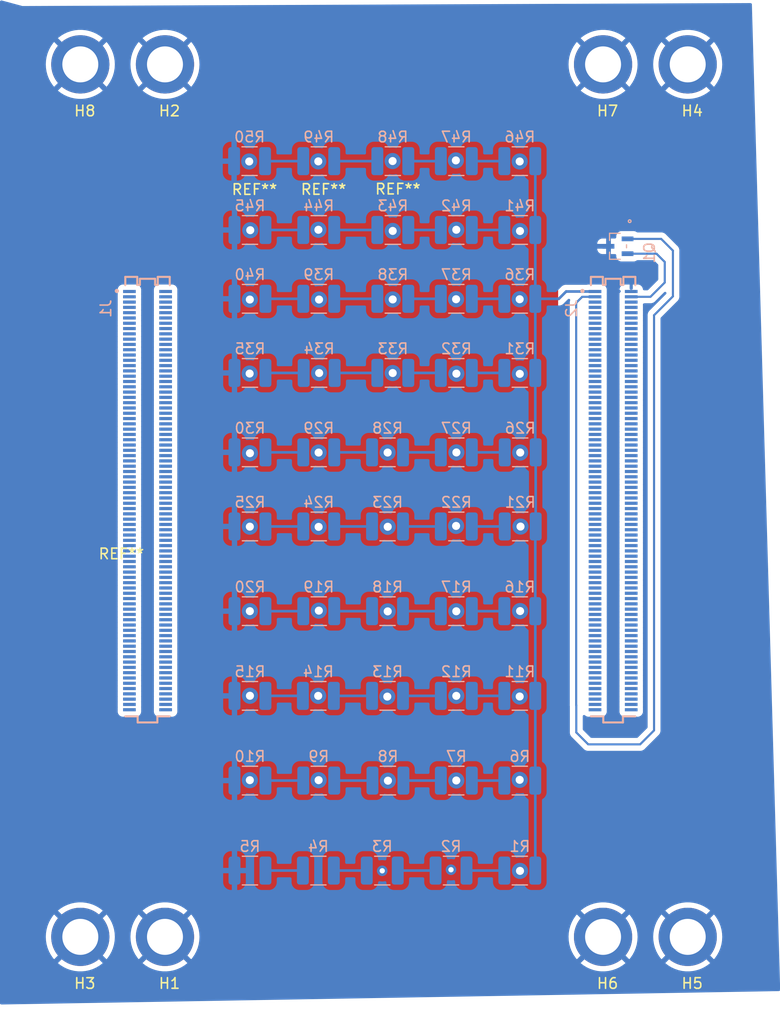
<source format=kicad_pcb>
(kicad_pcb (version 20211014) (generator pcbnew)
  (layers (0 "F.Cu" signal) (31 "B.Cu" signal) (34 "B.Paste" user) (35 "F.Paste" user) (36 "B.SilkS" user "B.Silkscreen") (37 "F.SilkS" user "F.Silkscreen") (38 "B.Mask" user) (39 "F.Mask" user) (44 "Edge.Cuts" user))
  (net 0 "")
  (net 161 "/12V_FROM_SURF")
  (net 163 "/DXP")
  (net 165 "/DXN")
  (net 167 "GND")
  (net 320 "Net-(R1-Pad2)")
  (net 321 "Net-(R2-Pad2)")
  (net 322 "Net-(R3-Pad2)")
  (net 323 "Net-(R4-Pad2)")
  (net 324 "Net-(R6-Pad2)")
  (net 325 "Net-(R7-Pad2)")
  (net 326 "Net-(R8-Pad2)")
  (net 327 "Net-(R10-Pad1)")
  (net 328 "Net-(R11-Pad2)")
  (net 329 "Net-(R12-Pad2)")
  (net 330 "Net-(R13-Pad2)")
  (net 331 "Net-(R14-Pad2)")
  (net 332 "Net-(R16-Pad2)")
  (net 333 "Net-(R17-Pad2)")
  (net 334 "Net-(R18-Pad2)")
  (net 335 "Net-(R19-Pad2)")
  (net 336 "Net-(R21-Pad2)")
  (net 337 "Net-(R22-Pad2)")
  (net 338 "Net-(R23-Pad2)")
  (net 339 "Net-(R24-Pad2)")
  (net 340 "Net-(R26-Pad2)")
  (net 341 "Net-(R27-Pad2)")
  (net 342 "Net-(R28-Pad2)")
  (net 343 "Net-(R29-Pad2)")
  (net 344 "Net-(R31-Pad2)")
  (net 345 "Net-(R32-Pad2)")
  (net 346 "Net-(R33-Pad2)")
  (net 347 "Net-(R34-Pad2)")
  (net 348 "Net-(R36-Pad2)")
  (net 349 "Net-(R37-Pad2)")
  (net 350 "Net-(R38-Pad2)")
  (net 351 "Net-(R39-Pad2)")
  (net 352 "Net-(R41-Pad2)")
  (net 353 "Net-(R42-Pad2)")
  (net 354 "Net-(R43-Pad2)")
  (net 355 "Net-(R44-Pad2)")
  (net 356 "Net-(R46-Pad2)")
  (net 357 "Net-(R47-Pad2)")
  (net 358 "Net-(R48-Pad2)")
  (net 359 "Net-(R49-Pad2)")
  (footprint "" (layer "F.Cu") (at 141.01 102.96)
    (fp_text reference "")
    (fp_text value "")
  )
  (footprint "PERRI_hat_footprints:PERRI_ThermalVia" (layer "F.Cu") (at 128.46 55.57)
    (fp_text reference "REF**")
    (fp_text value "PERRI_ThermalVia")
  )
  (footprint "PERRI_hat_footprints:Mounting_Hole_for_PERRI" (layer "F.Cu") (at 112.425 130.55)
    (fp_text reference "H3")
    (fp_text value "MountingHole")
  )
  (footprint "" (layer "F.Cu") (at 128.02 65.46)
    (fp_text reference "")
    (fp_text value "")
  )
  (footprint "" (layer "F.Cu") (at 147.53 58.87)
    (fp_text reference "")
    (fp_text value "")
  )
  (footprint "" (layer "F.Cu") (at 153.52 65.43)
    (fp_text reference "")
    (fp_text value "")
  )
  (footprint "" (layer "F.Cu") (at 134.57 72.4)
    (fp_text reference "")
    (fp_text value "")
  )
  (footprint "" (layer "F.Cu") (at 134.48 102.89)
    (fp_text reference "")
    (fp_text value "")
  )
  (footprint "" (layer "F.Cu") (at 134.52 110.85)
    (fp_text reference "")
    (fp_text value "")
  )
  (footprint "" (layer "F.Cu") (at 134.52 86.93)
    (fp_text reference "")
    (fp_text value "")
  )
  (footprint "PERRI_hat_footprints:Mounting_Hole_for_PERRI" (layer "F.Cu") (at 120.425 48.15)
    (fp_text reference "H2")
    (fp_text value "MountingHole")
  )
  (footprint "" (layer "F.Cu") (at 153.57 79.91)
    (fp_text reference "")
    (fp_text value "")
  )
  (footprint "" (layer "F.Cu") (at 147.54 79.9)
    (fp_text reference "")
    (fp_text value "")
  )
  (footprint "" (layer "F.Cu") (at 153.53 72.48)
    (fp_text reference "")
    (fp_text value "")
  )
  (footprint "" (layer "F.Cu") (at 128.02 94.89)
    (fp_text reference "")
    (fp_text value "")
  )
  (footprint "" (layer "F.Cu") (at 147.53 94.9)
    (fp_text reference "")
    (fp_text value "")
  )
  (footprint "PERRI_hat_footprints:Mounting_Hole_for_PERRI" (layer "F.Cu") (at 161.825 130.55)
    (fp_text reference "H6")
    (fp_text value "MountingHole")
  )
  (footprint "" (layer "F.Cu") (at 141.52 65.45)
    (fp_text reference "")
    (fp_text value "")
  )
  (footprint "" (layer "F.Cu") (at 153.52 110.82)
    (fp_text reference "")
    (fp_text value "")
  )
  (footprint "" (layer "F.Cu") (at 147.51 86.84)
    (fp_text reference "")
    (fp_text value "")
  )
  (footprint "PERRI_hat_footprints:SolderMask_Pad" (layer "F.Cu") (at 115.88 89.98)
    (fp_text reference "REF**")
    (fp_text value "SolderMask_Pad")
  )
  (footprint "" (layer "F.Cu") (at 128 72.45)
    (fp_text reference "")
    (fp_text value "")
  )
  (footprint "" (layer "F.Cu") (at 141.04 79.91)
    (fp_text reference "")
    (fp_text value "")
  )
  (footprint "" (layer "F.Cu") (at 141.05 94.91)
    (fp_text reference "")
    (fp_text value "")
  )
  (footprint "" (layer "F.Cu") (at 134.52 79.91)
    (fp_text reference "")
    (fp_text value "")
  )
  (footprint "" (layer "F.Cu") (at 147.53 110.88)
    (fp_text reference "")
    (fp_text value "")
  )
  (footprint "" (layer "F.Cu") (at 128.03 79.97)
    (fp_text reference "")
    (fp_text value "")
  )
  (footprint "" (layer "F.Cu") (at 153.52 102.95)
    (fp_text reference "")
    (fp_text value "")
  )
  (footprint "" (layer "F.Cu") (at 128.02 86.91)
    (fp_text reference "")
    (fp_text value "")
  )
  (footprint "" (layer "F.Cu") (at 141.05 86.92)
    (fp_text reference "")
    (fp_text value "")
  )
  (footprint "" (layer "F.Cu") (at 128.02 110.85)
    (fp_text reference "")
    (fp_text value "")
  )
  (footprint "" (layer "F.Cu") (at 153.52 52.42)
    (fp_text reference "")
    (fp_text value "")
  )
  (footprint "PERRI_hat_footprints:Mounting_Hole_for_PERRI" (layer "F.Cu") (at 169.825 48.15)
    (fp_text reference "H4")
    (fp_text value "MountingHole")
  )
  (footprint "PERRI_hat_footprints:PERRI_ThermalVia" (layer "F.Cu") (at 142.01 55.53)
    (fp_text reference "REF**")
    (fp_text value "PERRI_ThermalVia")
  )
  (footprint "" (layer "F.Cu") (at 147.53 102.89)
    (fp_text reference "")
    (fp_text value "")
  )
  (footprint "PERRI_hat_footprints:Mounting_Hole_for_PERRI" (layer "F.Cu") (at 161.825 48.15)
    (fp_text reference "H7")
    (fp_text value "MountingHole")
  )
  (footprint "PERRI_hat_footprints:Mounting_Hole_for_PERRI" (layer "F.Cu") (at 112.425 48.15)
    (fp_text reference "H8")
    (fp_text value "MountingHole")
  )
  (footprint "PERRI_hat_footprints:Mounting_Hole_for_PERRI" (layer "F.Cu") (at 120.425 130.55)
    (fp_text reference "H1")
    (fp_text value "MountingHole")
  )
  (footprint "" (layer "F.Cu") (at 153.56 94.88)
    (fp_text reference "")
    (fp_text value "")
  )
  (footprint "" (layer "F.Cu") (at 128.06 58.91)
    (fp_text reference "")
    (fp_text value "")
  )
  (footprint "" (layer "F.Cu") (at 134.5 58.87)
    (fp_text reference "")
    (fp_text value "")
  )
  (footprint "" (layer "F.Cu") (at 134.54 94.84)
    (fp_text reference "")
    (fp_text value "")
  )
  (footprint "" (layer "F.Cu") (at 147.54 72.46)
    (fp_text reference "")
    (fp_text value "")
  )
  (footprint "" (layer "F.Cu") (at 141.52 72.4)
    (fp_text reference "")
    (fp_text value "")
  )
  (footprint "" (layer "F.Cu") (at 153.6 86.9)
    (fp_text reference "")
    (fp_text value "")
  )
  (footprint "PERRI_hat_footprints:PERRI_ThermalVia" (layer "F.Cu") (at 134.99 55.56)
    (fp_text reference "REF**")
    (fp_text value "PERRI_ThermalVia")
  )
  (footprint "" (layer "F.Cu") (at 134.56 65.46)
    (fp_text reference "")
    (fp_text value "")
  )
  (footprint "PERRI_hat_footprints:Mounting_Hole_for_PERRI" (layer "F.Cu") (at 169.825 130.55)
    (fp_text reference "H5")
    (fp_text value "MountingHole")
  )
  (footprint "" (layer "F.Cu") (at 141.07 110.9)
    (fp_text reference "")
    (fp_text value "")
  )
  (footprint "" (layer "F.Cu") (at 153.55 58.99)
    (fp_text reference "")
    (fp_text value "")
  )
  (footprint "" (layer "F.Cu") (at 128.03 102.88)
    (fp_text reference "")
    (fp_text value "")
  )
  (footprint "" (layer "F.Cu") (at 141.52 58.98)
    (fp_text reference "")
    (fp_text value "")
  )
  (footprint "" (layer "F.Cu") (at 140.53 119.41)
    (fp_text reference "")
    (fp_text value "")
  )
  (footprint "" (layer "F.Cu") (at 147.51 65.43)
    (fp_text reference "")
    (fp_text value "")
  )
  (footprint "" (layer "F.Cu") (at 147.03 119.31)
    (fp_text reference "")
    (fp_text value "")
  )
  (footprint "" (layer "F.Cu") (at 147.49 52.32)
    (fp_text reference "")
    (fp_text value "")
  )
  (footprint "" (layer "F.Cu") (at 153.55 119.42)
    (fp_text reference "")
    (fp_text value "")
  )
  (footprint "Resistor_SMD:R_1210_3225Metric" (layer "B.Cu") (at 134.495 102.89 180)
    (fp_text reference "R14")
    (fp_text value "11.5")
  )
  (footprint "Resistor_SMD:R_1210_3225Metric" (layer "B.Cu") (at 128.0325 86.89 180)
    (fp_text reference "R25")
    (fp_text value "11.5")
  )
  (footprint "Resistor_SMD:R_1210_3225Metric" (layer "B.Cu") (at 153.5325 94.89 180)
    (fp_text reference "R16")
    (fp_text value "11.5")
  )
  (footprint "Resistor_SMD:R_1210_3225Metric" (layer "B.Cu") (at 134.5325 58.89 180)
    (fp_text reference "R44")
    (fp_text value "11.5")
  )
  (footprint "Resistor_SMD:R_1210_3225Metric" (layer "B.Cu") (at 141.5325 58.89 180)
    (fp_text reference "R43")
    (fp_text value "11.5")
  )
  (footprint "Resistor_SMD:R_1210_3225Metric" (layer "B.Cu") (at 147.5325 79.89 180)
    (fp_text reference "R27")
    (fp_text value "11.5")
  )
  (footprint "Resistor_SMD:R_1210_3225Metric" (layer "B.Cu") (at 141.0325 102.89 180)
    (fp_text reference "R13")
    (fp_text value "11.5")
  )
  (footprint "Resistor_SMD:R_1210_3225Metric" (layer "B.Cu") (at 153.5325 119.39 180)
    (fp_text reference "R1")
    (fp_text value "11.5")
  )
  (footprint "Resistor_SMD:R_1210_3225Metric" (layer "B.Cu") (at 147.5325 86.89 180)
    (fp_text reference "R22")
    (fp_text value "11.5")
  )
  (footprint "Resistor_SMD:R_1210_3225Metric" (layer "B.Cu") (at 134.5325 94.89 180)
    (fp_text reference "R19")
    (fp_text value "11.5")
  )
  (footprint "Resistor_SMD:R_1210_3225Metric" (layer "B.Cu") (at 128.0325 79.89 180)
    (fp_text reference "R30")
    (fp_text value "11.5")
  )
  (footprint "Resistor_SMD:R_1210_3225Metric" (layer "B.Cu") (at 153.5325 110.89 180)
    (fp_text reference "R6")
    (fp_text value "11.5")
  )
  (footprint "Resistor_SMD:R_1210_3225Metric" (layer "B.Cu") (at 134.5325 52.39 180)
    (fp_text reference "R49")
    (fp_text value "11.5")
  )
  (footprint "Resistor_SMD:R_1210_3225Metric" (layer "B.Cu") (at 141.0325 79.89 180)
    (fp_text reference "R28")
    (fp_text value "11.5")
  )
  (footprint "Resistor_SMD:R_1210_3225Metric" (layer "B.Cu") (at 147.5325 72.39 180)
    (fp_text reference "R32")
    (fp_text value "11.5")
  )
  (footprint "Resistor_SMD:R_1210_3225Metric" (layer "B.Cu") (at 128.0325 110.89 180)
    (fp_text reference "R10")
    (fp_text value "11.5")
  )
  (footprint "Resistor_SMD:R_1210_3225Metric" (layer "B.Cu") (at 140.5325 119.39 180)
    (fp_text reference "R3")
    (fp_text value "11.5")
  )
  (footprint "Resistor_SMD:R_1210_3225Metric" (layer "B.Cu") (at 134.5325 110.89 180)
    (fp_text reference "R9")
    (fp_text value "11.5")
  )
  (footprint "Resistor_SMD:R_1210_3225Metric" (layer "B.Cu") (at 134.5325 79.89 180)
    (fp_text reference "R29")
    (fp_text value "11.5")
  )
  (footprint "Resistor_SMD:R_1210_3225Metric" (layer "B.Cu") (at 128.0325 72.39 180)
    (fp_text reference "R35")
    (fp_text value "11.5")
  )
  (footprint "Resistor_SMD:R_1210_3225Metric" (layer "B.Cu") (at 147.5325 110.89 180)
    (fp_text reference "R7")
    (fp_text value "11.5")
  )
  (footprint "Resistor_SMD:R_1210_3225Metric" (layer "B.Cu") (at 141.5325 52.39 180)
    (fp_text reference "R48")
    (fp_text value "11.5")
  )
  (footprint "Resistor_SMD:R_1210_3225Metric" (layer "B.Cu") (at 134.495 119.39 180)
    (fp_text reference "R4")
    (fp_text value "11.5")
  )
  (footprint "Resistor_SMD:R_1210_3225Metric" (layer "B.Cu") (at 134.5325 65.39 180)
    (fp_text reference "R39")
    (fp_text value "11.5")
  )
  (footprint "Resistor_SMD:R_1210_3225Metric" (layer "B.Cu") (at 147.0325 119.39 180)
    (fp_text reference "R2")
    (fp_text value "11.5")
  )
  (footprint "Resistor_SMD:R_1210_3225Metric" (layer "B.Cu") (at 134.57 72.39 180)
    (fp_text reference "R34")
    (fp_text value "11.5")
  )
  (footprint "Resistor_SMD:R_1210_3225Metric" (layer "B.Cu") (at 153.5325 72.39 180)
    (fp_text reference "R31")
    (fp_text value "11.5")
  )
  (footprint "Resistor_SMD:R_1210_3225Metric" (layer "B.Cu") (at 153.5325 58.89 180)
    (fp_text reference "R41")
    (fp_text value "11.5")
  )
  (footprint "Resistor_SMD:R_1210_3225Metric" (layer "B.Cu") (at 141.0325 94.89 180)
    (fp_text reference "R18")
    (fp_text value "11.5")
  )
  (footprint "Resistor_SMD:R_1210_3225Metric" (layer "B.Cu") (at 147.5325 52.39 180)
    (fp_text reference "R47")
    (fp_text value "11.5")
  )
  (footprint "Resistor_SMD:R_1210_3225Metric" (layer "B.Cu") (at 128.0325 102.89 180)
    (fp_text reference "R15")
    (fp_text value "11.5")
  )
  (footprint "PERRI_hat_footprints:SAMTEC_ST5-80-1.00-L-D-P-TR" (layer "B.Cu") (at 118.35 84.45 -90)
    (fp_text reference "J1")
    (fp_text value "ST5-80-1.00-L-D-P-TR")
  )
  (footprint "Resistor_SMD:R_1210_3225Metric" (layer "B.Cu") (at 147.5325 58.89 180)
    (fp_text reference "R42")
    (fp_text value "11.5")
  )
  (footprint "Resistor_SMD:R_1210_3225Metric" (layer "B.Cu") (at 153.57 86.89 180)
    (fp_text reference "R21")
    (fp_text value "11.5")
  )
  (footprint "PERRI_hat_footprints:SAMTEC_ST5-80-1.00-L-D-P-TR" (layer "B.Cu") (at 162.35 84.45 -90)
    (fp_text reference "J2")
    (fp_text value "ST5-80-1.00-L-D-P-TR")
  )
  (footprint "Resistor_SMD:R_1210_3225Metric" (layer "B.Cu") (at 141.5325 65.39 180)
    (fp_text reference "R38")
    (fp_text value "11.5")
  )
  (footprint "Resistor_SMD:R_1210_3225Metric" (layer "B.Cu") (at 128.0325 94.89 180)
    (fp_text reference "R20")
    (fp_text value "11.5")
  )
  (footprint "Resistor_SMD:R_1210_3225Metric" (layer "B.Cu") (at 153.5325 102.89 180)
    (fp_text reference "R11")
    (fp_text value "11.5")
  )
  (footprint "Resistor_SMD:R_1210_3225Metric" (layer "B.Cu") (at 127.995 52.39 180)
    (fp_text reference "R50")
    (fp_text value "11.5")
  )
  (footprint "Resistor_SMD:R_1210_3225Metric" (layer "B.Cu") (at 147.5325 94.89 180)
    (fp_text reference "R17")
    (fp_text value "11.5")
  )
  (footprint "Resistor_SMD:R_1210_3225Metric" (layer "B.Cu") (at 141.5325 72.39 180)
    (fp_text reference "R33")
    (fp_text value "11.5")
  )
  (footprint "Resistor_SMD:R_1210_3225Metric" (layer "B.Cu") (at 128.0325 58.89 180)
    (fp_text reference "R45")
    (fp_text value "11.5")
  )
  (footprint "Resistor_SMD:R_1210_3225Metric" (layer "B.Cu") (at 128.0325 65.39 180)
    (fp_text reference "R40")
    (fp_text value "11.5")
  )
  (footprint "Resistor_SMD:R_1210_3225Metric" (layer "B.Cu") (at 147.5325 65.39 180)
    (fp_text reference "R37")
    (fp_text value "11.5")
  )
  (footprint "Resistor_SMD:R_1210_3225Metric" (layer "B.Cu") (at 153.5325 52.39 180)
    (fp_text reference "R46")
    (fp_text value "11.5")
  )
  (footprint "Resistor_SMD:R_1210_3225Metric" (layer "B.Cu") (at 141.07 110.89 180)
    (fp_text reference "R8")
    (fp_text value "11.5")
  )
  (footprint "Resistor_SMD:R_1210_3225Metric" (layer "B.Cu") (at 153.5325 65.39 180)
    (fp_text reference "R36")
    (fp_text value "11.5")
  )
  (footprint "Resistor_SMD:R_1210_3225Metric" (layer "B.Cu") (at 128.0325 119.39 180)
    (fp_text reference "R5")
    (fp_text value "11.5")
  )
  (footprint "Resistor_SMD:R_1210_3225Metric" (layer "B.Cu") (at 147.5325 102.89 180)
    (fp_text reference "R12")
    (fp_text value "11.5")
  )
  (footprint "Resistor_SMD:R_1210_3225Metric" (layer "B.Cu") (at 141.0325 86.89 180)
    (fp_text reference "R23")
    (fp_text value "11.5")
  )
  (footprint "PERRI_hat_footprints:MMST3904-7-F" (layer "B.Cu") (at 162.815 60.43 -90)
    (fp_text reference "Q1")
    (fp_text value "SOT-323_DIO" hide)
  )
  (footprint "Resistor_SMD:R_1210_3225Metric" (layer "B.Cu") (at 153.57 79.89 180)
    (fp_text reference "R26")
    (fp_text value "11.5")
  )
  (footprint "Resistor_SMD:R_1210_3225Metric" (layer "B.Cu") (at 134.5325 86.89 180)
    (fp_text reference "R24")
    (fp_text value "11.5")
  )
  (segment (start 154.995 86.9275) (end 155.0325 86.89) (width 0.25) (layer "B.Cu") (net 161))
  (segment (start 157.22 65.39) (end 157.91 64.7) (width 0.25) (layer "B.Cu") (net 161))
  (segment (start 154.995 65.39) (end 154.995 58.89) (width 0.25) (layer "B.Cu") (net 161))
  (segment (start 154.995 110.89) (end 154.995 102.89) (width 0.25) (layer "B.Cu") (net 161))
  (segment (start 154.995 119.39) (end 154.995 110.89) (width 0.25) (layer "B.Cu") (net 161))
  (segment (start 154.995 65.39) (end 157.22 65.39) (width 0.25) (layer "B.Cu") (net 161))
  (segment (start 155.0325 86.89) (end 155.0325 79.89) (width 0.25) (layer "B.Cu") (net 161))
  (segment (start 154.995 72.39) (end 154.995 79.8525) (width 0.25) (layer "B.Cu") (net 161))
  (segment (start 154.995 94.89) (end 154.995 86.9275) (width 0.25) (layer "B.Cu") (net 161))
  (segment (start 154.995 72.39) (end 154.995 65.39) (width 0.25) (layer "B.Cu") (net 161))
  (segment (start 154.995 102.89) (end 154.995 94.89) (width 0.25) (layer "B.Cu") (net 161))
  (segment (start 154.995 58.89) (end 154.995 52.39) (width 0.25) (layer "B.Cu") (net 161))
  (segment (start 157.91 64.7) (end 160.64 64.7) (width 0.25) (layer "B.Cu") (net 161))
  (segment (start 154.995 79.8525) (end 155.0325 79.89) (width 0.25) (layer "B.Cu") (net 161))
  (segment (start 166.450001 61.130001) (end 167.23 61.91) (width 0.2) (layer "B.Cu") (net 163))
  (segment (start 163.715001 61.130001) (end 166.450001 61.130001) (width 0.2) (layer "B.Cu") (net 163))
  (segment (start 167.23 63.85) (end 165.88 65.2) (width 0.2) (layer "B.Cu") (net 163))
  (segment (start 165.88 65.2) (end 164.06 65.2) (width 0.2) (layer "B.Cu") (net 163))
  (segment (start 167.23 61.91) (end 167.23 63.85) (width 0.2) (layer "B.Cu") (net 163))
  (segment (start 166.22 106.15) (end 166.22 66.94) (width 0.2) (layer "B.Cu") (net 165))
  (segment (start 158.86 103.769022) (end 158.87 103.779022) (width 0.2) (layer "B.Cu") (net 165))
  (segment (start 158.87 103.779022) (end 158.87 106.34) (width 0.2) (layer "B.Cu") (net 165))
  (segment (start 160.64 65.2) (end 159.43 65.2) (width 0.2) (layer "B.Cu") (net 165))
  (segment (start 168 60.84) (end 166.89 59.73) (width 0.2) (layer "B.Cu") (net 165))
  (segment (start 158.86 65.77) (end 158.86 103.769022) (width 0.2) (layer "B.Cu") (net 165))
  (segment (start 166.89 59.73) (end 163.715001 59.729999) (width 0.2) (layer "B.Cu") (net 165))
  (segment (start 166.22 66.94) (end 168 65.16) (width 0.2) (layer "B.Cu") (net 165))
  (segment (start 160 107.47) (end 164.9 107.47) (width 0.2) (layer "B.Cu") (net 165))
  (segment (start 158.87 106.34) (end 160 107.47) (width 0.2) (layer "B.Cu") (net 165))
  (segment (start 159.43 65.2) (end 158.86 65.77) (width 0.2) (layer "B.Cu") (net 165))
  (segment (start 164.9 107.47) (end 166.22 106.15) (width 0.2) (layer "B.Cu") (net 165))
  (segment (start 168 65.16) (end 168 60.84) (width 0.2) (layer "B.Cu") (net 165))
  (segment (start 126.495 72.315) (end 126.57 72.39) (width 0.25) (layer "B.Cu") (net 167))
  (segment (start 152.07 119.39) (end 148.495 119.39) (width 0.25) (layer "B.Cu") (net 320))
  (segment (start 145.57 119.39) (end 141.995 119.39) (width 0.25) (layer "B.Cu") (net 321))
  (segment (start 139.07 119.39) (end 135.9575 119.39) (width 0.25) (layer "B.Cu") (net 322))
  (segment (start 133.0325 119.39) (end 129.495 119.39) (width 0.25) (layer "B.Cu") (net 323))
  (segment (start 152.07 110.89) (end 148.995 110.89) (width 0.25) (layer "B.Cu") (net 324))
  (segment (start 146.07 110.89) (end 142.5325 110.89) (width 0.25) (layer "B.Cu") (net 325))
  (segment (start 139.6075 110.89) (end 135.995 110.89) (width 0.25) (layer "B.Cu") (net 326))
  (segment (start 133.07 110.89) (end 129.495 110.89) (width 0.25) (layer "B.Cu") (net 327))
  (segment (start 152.07 102.89) (end 148.995 102.89) (width 0.25) (layer "B.Cu") (net 328))
  (segment (start 146.07 102.89) (end 142.495 102.89) (width 0.25) (layer "B.Cu") (net 329))
  (segment (start 139.57 102.89) (end 135.9575 102.89) (width 0.25) (layer "B.Cu") (net 330))
  (segment (start 133.0325 102.89) (end 129.495 102.89) (width 0.25) (layer "B.Cu") (net 331))
  (segment (start 152.07 94.89) (end 148.995 94.89) (width 0.25) (layer "B.Cu") (net 332))
  (segment (start 146.07 94.89) (end 142.495 94.89) (width 0.25) (layer "B.Cu") (net 333))
  (segment (start 139.57 94.89) (end 135.995 94.89) (width 0.25) (layer "B.Cu") (net 334))
  (segment (start 133.07 94.89) (end 129.495 94.89) (width 0.25) (layer "B.Cu") (net 335))
  (segment (start 152.1075 86.89) (end 148.995 86.89) (width 0.25) (layer "B.Cu") (net 336))
  (segment (start 146.07 86.89) (end 142.495 86.89) (width 0.25) (layer "B.Cu") (net 337))
  (segment (start 139.57 86.89) (end 135.995 86.89) (width 0.25) (layer "B.Cu") (net 338))
  (segment (start 133.07 86.89) (end 129.495 86.89) (width 0.25) (layer "B.Cu") (net 339))
  (segment (start 152.1075 79.89) (end 148.995 79.89) (width 0.25) (layer "B.Cu") (net 340))
  (segment (start 146.07 79.89) (end 142.495 79.89) (width 0.25) (layer "B.Cu") (net 341))
  (segment (start 139.57 79.89) (end 135.995 79.89) (width 0.25) (layer "B.Cu") (net 342))
  (segment (start 133.07 79.89) (end 129.495 79.89) (width 0.25) (layer "B.Cu") (net 343))
  (segment (start 152.07 72.39) (end 148.995 72.39) (width 0.25) (layer "B.Cu") (net 344))
  (segment (start 146.07 72.39) (end 142.995 72.39) (width 0.25) (layer "B.Cu") (net 345))
  (segment (start 140.07 72.39) (end 136.0325 72.39) (width 0.25) (layer "B.Cu") (net 346))
  (segment (start 133.1075 72.39) (end 129.495 72.39) (width 0.25) (layer "B.Cu") (net 347))
  (segment (start 152.07 65.39) (end 148.995 65.39) (width 0.25) (layer "B.Cu") (net 348))
  (segment (start 146.07 65.39) (end 142.995 65.39) (width 0.25) (layer "B.Cu") (net 349))
  (segment (start 140.07 65.39) (end 135.995 65.39) (width 0.25) (layer "B.Cu") (net 350))
  (segment (start 133.07 65.39) (end 129.495 65.39) (width 0.25) (layer "B.Cu") (net 351))
  (segment (start 152.07 58.89) (end 148.995 58.89) (width 0.25) (layer "B.Cu") (net 352))
  (segment (start 146.07 58.89) (end 142.995 58.89) (width 0.25) (layer "B.Cu") (net 353))
  (segment (start 140.07 58.89) (end 135.995 58.89) (width 0.25) (layer "B.Cu") (net 354))
  (segment (start 133.07 58.89) (end 129.495 58.89) (width 0.25) (layer "B.Cu") (net 355))
  (segment (start 152.07 52.39) (end 148.995 52.39) (width 0.25) (layer "B.Cu") (net 356))
  (segment (start 146.07 52.39) (end 142.995 52.39) (width 0.25) (layer "B.Cu") (net 357))
  (segment (start 140.07 52.39) (end 135.995 52.39) (width 0.25) (layer "B.Cu") (net 358))
  (segment (start 133.07 52.39) (end 129.4575 52.39) (width 0.25) (layer "B.Cu") (net 359))
  (zone (net 167) (net_name "GND") (layer "B.Cu") (connect_pads (clearance 0.508)) (min_thickness 0.254) (fill yes (thermal_gap 0.508) (thermal_bridge_width 0.508))
    (polygon (pts (xy 106.53 37.74) (xy 175.46 37.46) (xy 178.14 130.77) (xy 104.41 132.04) (xy 104.41 37.17)))
  )
)
</source>
